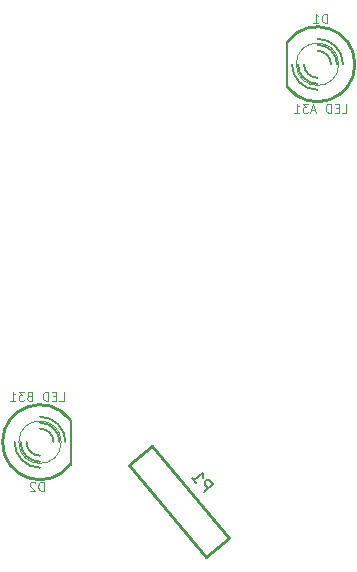
<source format=gbo>
G04 (created by PCBNEW (2013-07-07 BZR 4022)-stable) date 08/01/2014 16:20:29*
%MOIN*%
G04 Gerber Fmt 3.4, Leading zero omitted, Abs format*
%FSLAX34Y34*%
G01*
G70*
G90*
G04 APERTURE LIST*
%ADD10C,0.00393701*%
%ADD11C,0.01*%
%ADD12C,0.008*%
%ADD13C,0.003*%
%ADD14C,0.006*%
%ADD15C,0.0035*%
G04 APERTURE END LIST*
G54D10*
G54D11*
X98725Y-46427D02*
X101296Y-49491D01*
X99491Y-45784D02*
X102062Y-48848D01*
X102062Y-48848D02*
X101296Y-49491D01*
X98725Y-46427D02*
X99491Y-45784D01*
G54D12*
X103998Y-33820D02*
X103998Y-32320D01*
G54D13*
X105725Y-33070D02*
G75*
G03X105725Y-33070I-707J0D01*
G74*
G01*
G54D11*
X104018Y-32320D02*
G75*
G02X104018Y-33821I999J-750D01*
G74*
G01*
G54D14*
X105018Y-32620D02*
G75*
G02X105468Y-33070I0J-449D01*
G74*
G01*
X105018Y-33520D02*
G75*
G02X104568Y-33070I0J450D01*
G74*
G01*
X105018Y-32420D02*
G75*
G02X105668Y-33070I0J-649D01*
G74*
G01*
X105018Y-33720D02*
G75*
G02X104368Y-33070I0J650D01*
G74*
G01*
X105018Y-32220D02*
G75*
G02X105868Y-33070I0J-849D01*
G74*
G01*
X105018Y-33920D02*
G75*
G02X104168Y-33070I0J850D01*
G74*
G01*
G54D12*
X96789Y-44919D02*
X96789Y-46419D01*
G54D13*
X96476Y-45669D02*
G75*
G03X96476Y-45669I-707J0D01*
G74*
G01*
G54D11*
X96768Y-46419D02*
G75*
G02X96768Y-44918I-999J750D01*
G74*
G01*
G54D14*
X95769Y-46119D02*
G75*
G02X95319Y-45669I0J450D01*
G74*
G01*
X95769Y-45219D02*
G75*
G02X96219Y-45669I0J-450D01*
G74*
G01*
X95769Y-46319D02*
G75*
G02X95119Y-45669I0J650D01*
G74*
G01*
X95769Y-45019D02*
G75*
G02X96419Y-45669I0J-650D01*
G74*
G01*
X95769Y-46519D02*
G75*
G02X94919Y-45669I0J850D01*
G74*
G01*
X95769Y-44819D02*
G75*
G02X96619Y-45669I0J-850D01*
G74*
G01*
G54D12*
X101225Y-47325D02*
X101531Y-47068D01*
X101433Y-46951D01*
X101394Y-46934D01*
X101368Y-46932D01*
X101326Y-46942D01*
X101282Y-46978D01*
X101265Y-47017D01*
X101263Y-47044D01*
X101273Y-47086D01*
X101371Y-47202D01*
X100833Y-46858D02*
X100980Y-47033D01*
X100907Y-46945D02*
X101213Y-46688D01*
X101194Y-46754D01*
X101189Y-46808D01*
X101199Y-46849D01*
G54D15*
X105339Y-31692D02*
X105339Y-31392D01*
X105268Y-31392D01*
X105225Y-31406D01*
X105196Y-31435D01*
X105182Y-31463D01*
X105168Y-31520D01*
X105168Y-31563D01*
X105182Y-31620D01*
X105196Y-31649D01*
X105225Y-31678D01*
X105268Y-31692D01*
X105339Y-31692D01*
X104882Y-31692D02*
X105053Y-31692D01*
X104968Y-31692D02*
X104968Y-31392D01*
X104996Y-31435D01*
X105025Y-31463D01*
X105053Y-31478D01*
X105839Y-34692D02*
X105982Y-34692D01*
X105982Y-34392D01*
X105739Y-34535D02*
X105639Y-34535D01*
X105596Y-34692D02*
X105739Y-34692D01*
X105739Y-34392D01*
X105596Y-34392D01*
X105468Y-34692D02*
X105468Y-34392D01*
X105396Y-34392D01*
X105353Y-34406D01*
X105325Y-34435D01*
X105310Y-34463D01*
X105296Y-34520D01*
X105296Y-34563D01*
X105310Y-34620D01*
X105325Y-34649D01*
X105353Y-34678D01*
X105396Y-34692D01*
X105468Y-34692D01*
X104953Y-34606D02*
X104810Y-34606D01*
X104982Y-34692D02*
X104882Y-34392D01*
X104782Y-34692D01*
X104710Y-34392D02*
X104525Y-34392D01*
X104625Y-34506D01*
X104582Y-34506D01*
X104553Y-34520D01*
X104539Y-34535D01*
X104525Y-34563D01*
X104525Y-34635D01*
X104539Y-34663D01*
X104553Y-34678D01*
X104582Y-34692D01*
X104668Y-34692D01*
X104696Y-34678D01*
X104710Y-34663D01*
X104239Y-34692D02*
X104410Y-34692D01*
X104325Y-34692D02*
X104325Y-34392D01*
X104353Y-34435D01*
X104382Y-34463D01*
X104410Y-34478D01*
X95890Y-47290D02*
X95890Y-46990D01*
X95819Y-46990D01*
X95776Y-47005D01*
X95747Y-47033D01*
X95733Y-47062D01*
X95719Y-47119D01*
X95719Y-47162D01*
X95733Y-47219D01*
X95747Y-47247D01*
X95776Y-47276D01*
X95819Y-47290D01*
X95890Y-47290D01*
X95605Y-47019D02*
X95590Y-47005D01*
X95562Y-46990D01*
X95490Y-46990D01*
X95462Y-47005D01*
X95447Y-47019D01*
X95433Y-47047D01*
X95433Y-47076D01*
X95447Y-47119D01*
X95619Y-47290D01*
X95433Y-47290D01*
X96412Y-44290D02*
X96555Y-44290D01*
X96555Y-43990D01*
X96312Y-44133D02*
X96212Y-44133D01*
X96169Y-44290D02*
X96312Y-44290D01*
X96312Y-43990D01*
X96169Y-43990D01*
X96040Y-44290D02*
X96040Y-43990D01*
X95969Y-43990D01*
X95926Y-44005D01*
X95897Y-44033D01*
X95883Y-44062D01*
X95869Y-44119D01*
X95869Y-44162D01*
X95883Y-44219D01*
X95897Y-44247D01*
X95926Y-44276D01*
X95969Y-44290D01*
X96040Y-44290D01*
X95412Y-44133D02*
X95369Y-44147D01*
X95355Y-44162D01*
X95340Y-44190D01*
X95340Y-44233D01*
X95355Y-44262D01*
X95369Y-44276D01*
X95397Y-44290D01*
X95512Y-44290D01*
X95512Y-43990D01*
X95412Y-43990D01*
X95383Y-44005D01*
X95369Y-44019D01*
X95355Y-44047D01*
X95355Y-44076D01*
X95369Y-44105D01*
X95383Y-44119D01*
X95412Y-44133D01*
X95512Y-44133D01*
X95240Y-43990D02*
X95055Y-43990D01*
X95155Y-44105D01*
X95112Y-44105D01*
X95083Y-44119D01*
X95069Y-44133D01*
X95055Y-44162D01*
X95055Y-44233D01*
X95069Y-44262D01*
X95083Y-44276D01*
X95112Y-44290D01*
X95197Y-44290D01*
X95226Y-44276D01*
X95240Y-44262D01*
X94769Y-44290D02*
X94940Y-44290D01*
X94855Y-44290D02*
X94855Y-43990D01*
X94883Y-44033D01*
X94912Y-44062D01*
X94940Y-44076D01*
M02*

</source>
